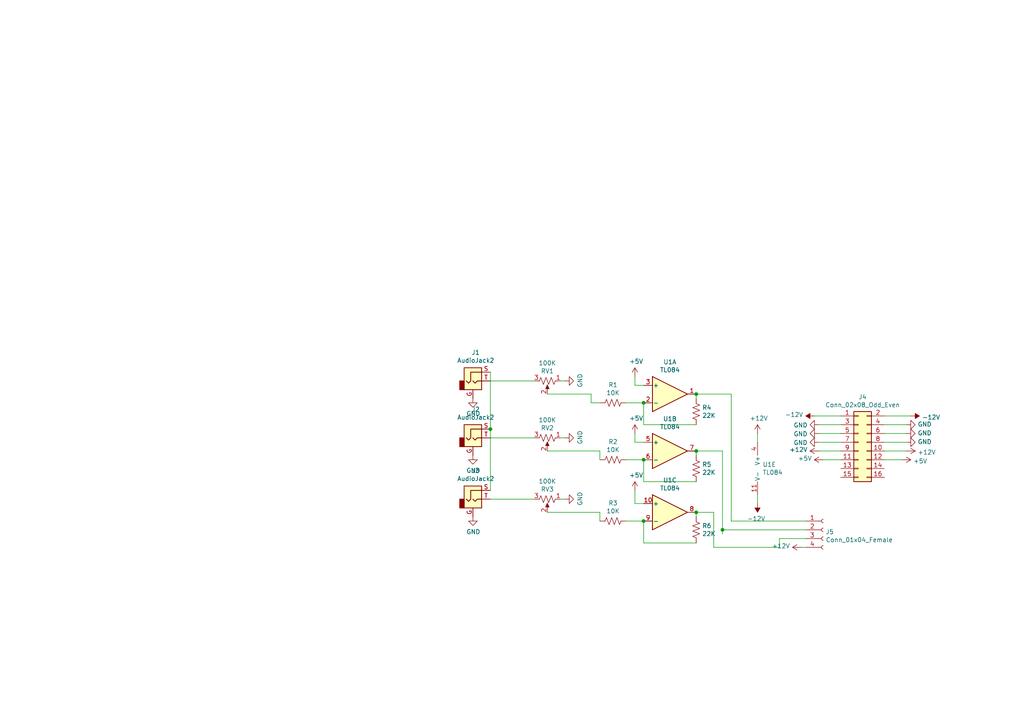
<source format=kicad_sch>
(kicad_sch (version 20211123) (generator eeschema)

  (uuid d3d7e298-1d39-4294-a3ab-c84cc0dc5e5a)

  (paper "A4")

  (lib_symbols
    (symbol "Amplifier_Operational:TL084" (pin_names (offset 0.127)) (in_bom yes) (on_board yes)
      (property "Reference" "U" (id 0) (at 0 5.08 0)
        (effects (font (size 1.27 1.27)) (justify left))
      )
      (property "Value" "TL084" (id 1) (at 0 -5.08 0)
        (effects (font (size 1.27 1.27)) (justify left))
      )
      (property "Footprint" "" (id 2) (at -1.27 2.54 0)
        (effects (font (size 1.27 1.27)) hide)
      )
      (property "Datasheet" "http://www.ti.com/lit/ds/symlink/tl081.pdf" (id 3) (at 1.27 5.08 0)
        (effects (font (size 1.27 1.27)) hide)
      )
      (property "ki_locked" "" (id 4) (at 0 0 0)
        (effects (font (size 1.27 1.27)))
      )
      (property "ki_keywords" "quad opamp" (id 5) (at 0 0 0)
        (effects (font (size 1.27 1.27)) hide)
      )
      (property "ki_description" "Quad JFET-Input Operational Amplifiers, DIP-14/SOIC-14/SSOP-14" (id 6) (at 0 0 0)
        (effects (font (size 1.27 1.27)) hide)
      )
      (property "ki_fp_filters" "SOIC*3.9x8.7mm*P1.27mm* DIP*W7.62mm* TSSOP*4.4x5mm*P0.65mm* SSOP*5.3x6.2mm*P0.65mm* MSOP*3x3mm*P0.5mm*" (id 7) (at 0 0 0)
        (effects (font (size 1.27 1.27)) hide)
      )
      (symbol "TL084_1_1"
        (polyline
          (pts
            (xy -5.08 5.08)
            (xy 5.08 0)
            (xy -5.08 -5.08)
            (xy -5.08 5.08)
          )
          (stroke (width 0.254) (type default) (color 0 0 0 0))
          (fill (type background))
        )
        (pin output line (at 7.62 0 180) (length 2.54)
          (name "~" (effects (font (size 1.27 1.27))))
          (number "1" (effects (font (size 1.27 1.27))))
        )
        (pin input line (at -7.62 -2.54 0) (length 2.54)
          (name "-" (effects (font (size 1.27 1.27))))
          (number "2" (effects (font (size 1.27 1.27))))
        )
        (pin input line (at -7.62 2.54 0) (length 2.54)
          (name "+" (effects (font (size 1.27 1.27))))
          (number "3" (effects (font (size 1.27 1.27))))
        )
      )
      (symbol "TL084_2_1"
        (polyline
          (pts
            (xy -5.08 5.08)
            (xy 5.08 0)
            (xy -5.08 -5.08)
            (xy -5.08 5.08)
          )
          (stroke (width 0.254) (type default) (color 0 0 0 0))
          (fill (type background))
        )
        (pin input line (at -7.62 2.54 0) (length 2.54)
          (name "+" (effects (font (size 1.27 1.27))))
          (number "5" (effects (font (size 1.27 1.27))))
        )
        (pin input line (at -7.62 -2.54 0) (length 2.54)
          (name "-" (effects (font (size 1.27 1.27))))
          (number "6" (effects (font (size 1.27 1.27))))
        )
        (pin output line (at 7.62 0 180) (length 2.54)
          (name "~" (effects (font (size 1.27 1.27))))
          (number "7" (effects (font (size 1.27 1.27))))
        )
      )
      (symbol "TL084_3_1"
        (polyline
          (pts
            (xy -5.08 5.08)
            (xy 5.08 0)
            (xy -5.08 -5.08)
            (xy -5.08 5.08)
          )
          (stroke (width 0.254) (type default) (color 0 0 0 0))
          (fill (type background))
        )
        (pin input line (at -7.62 2.54 0) (length 2.54)
          (name "+" (effects (font (size 1.27 1.27))))
          (number "10" (effects (font (size 1.27 1.27))))
        )
        (pin output line (at 7.62 0 180) (length 2.54)
          (name "~" (effects (font (size 1.27 1.27))))
          (number "8" (effects (font (size 1.27 1.27))))
        )
        (pin input line (at -7.62 -2.54 0) (length 2.54)
          (name "-" (effects (font (size 1.27 1.27))))
          (number "9" (effects (font (size 1.27 1.27))))
        )
      )
      (symbol "TL084_4_1"
        (polyline
          (pts
            (xy -5.08 5.08)
            (xy 5.08 0)
            (xy -5.08 -5.08)
            (xy -5.08 5.08)
          )
          (stroke (width 0.254) (type default) (color 0 0 0 0))
          (fill (type background))
        )
        (pin input line (at -7.62 2.54 0) (length 2.54)
          (name "+" (effects (font (size 1.27 1.27))))
          (number "12" (effects (font (size 1.27 1.27))))
        )
        (pin input line (at -7.62 -2.54 0) (length 2.54)
          (name "-" (effects (font (size 1.27 1.27))))
          (number "13" (effects (font (size 1.27 1.27))))
        )
        (pin output line (at 7.62 0 180) (length 2.54)
          (name "~" (effects (font (size 1.27 1.27))))
          (number "14" (effects (font (size 1.27 1.27))))
        )
      )
      (symbol "TL084_5_1"
        (pin power_in line (at -2.54 -7.62 90) (length 3.81)
          (name "V-" (effects (font (size 1.27 1.27))))
          (number "11" (effects (font (size 1.27 1.27))))
        )
        (pin power_in line (at -2.54 7.62 270) (length 3.81)
          (name "V+" (effects (font (size 1.27 1.27))))
          (number "4" (effects (font (size 1.27 1.27))))
        )
      )
    )
    (symbol "Connector:AudioJack2_Ground" (in_bom yes) (on_board yes)
      (property "Reference" "J" (id 0) (at 0 8.89 0)
        (effects (font (size 1.27 1.27)))
      )
      (property "Value" "AudioJack2_Ground" (id 1) (at 0 6.35 0)
        (effects (font (size 1.27 1.27)))
      )
      (property "Footprint" "" (id 2) (at 0 0 0)
        (effects (font (size 1.27 1.27)) hide)
      )
      (property "Datasheet" "~" (id 3) (at 0 0 0)
        (effects (font (size 1.27 1.27)) hide)
      )
      (property "ki_keywords" "audio jack receptacle mono phone headphone TS connector" (id 4) (at 0 0 0)
        (effects (font (size 1.27 1.27)) hide)
      )
      (property "ki_description" "Audio Jack, 2 Poles (Mono / TS), Grounded Sleeve" (id 5) (at 0 0 0)
        (effects (font (size 1.27 1.27)) hide)
      )
      (property "ki_fp_filters" "Jack*" (id 6) (at 0 0 0)
        (effects (font (size 1.27 1.27)) hide)
      )
      (symbol "AudioJack2_Ground_0_1"
        (rectangle (start -2.54 -2.54) (end -3.81 0)
          (stroke (width 0.254) (type default) (color 0 0 0 0))
          (fill (type outline))
        )
        (polyline
          (pts
            (xy 0 0)
            (xy 0.635 -0.635)
            (xy 1.27 0)
            (xy 2.54 0)
          )
          (stroke (width 0.254) (type default) (color 0 0 0 0))
          (fill (type none))
        )
        (polyline
          (pts
            (xy 2.54 2.54)
            (xy -0.635 2.54)
            (xy -0.635 0)
            (xy -1.27 -0.635)
            (xy -1.905 0)
          )
          (stroke (width 0.254) (type default) (color 0 0 0 0))
          (fill (type none))
        )
        (rectangle (start 2.54 3.81) (end -2.54 -2.54)
          (stroke (width 0.254) (type default) (color 0 0 0 0))
          (fill (type background))
        )
      )
      (symbol "AudioJack2_Ground_1_1"
        (pin passive line (at 0 -5.08 90) (length 2.54)
          (name "~" (effects (font (size 1.27 1.27))))
          (number "G" (effects (font (size 1.27 1.27))))
        )
        (pin passive line (at 5.08 2.54 180) (length 2.54)
          (name "~" (effects (font (size 1.27 1.27))))
          (number "S" (effects (font (size 1.27 1.27))))
        )
        (pin passive line (at 5.08 0 180) (length 2.54)
          (name "~" (effects (font (size 1.27 1.27))))
          (number "T" (effects (font (size 1.27 1.27))))
        )
      )
    )
    (symbol "Connector:Conn_01x04_Female" (pin_names (offset 1.016) hide) (in_bom yes) (on_board yes)
      (property "Reference" "J" (id 0) (at 0 5.08 0)
        (effects (font (size 1.27 1.27)))
      )
      (property "Value" "Conn_01x04_Female" (id 1) (at 0 -7.62 0)
        (effects (font (size 1.27 1.27)))
      )
      (property "Footprint" "" (id 2) (at 0 0 0)
        (effects (font (size 1.27 1.27)) hide)
      )
      (property "Datasheet" "~" (id 3) (at 0 0 0)
        (effects (font (size 1.27 1.27)) hide)
      )
      (property "ki_keywords" "connector" (id 4) (at 0 0 0)
        (effects (font (size 1.27 1.27)) hide)
      )
      (property "ki_description" "Generic connector, single row, 01x04, script generated (kicad-library-utils/schlib/autogen/connector/)" (id 5) (at 0 0 0)
        (effects (font (size 1.27 1.27)) hide)
      )
      (property "ki_fp_filters" "Connector*:*_1x??_*" (id 6) (at 0 0 0)
        (effects (font (size 1.27 1.27)) hide)
      )
      (symbol "Conn_01x04_Female_1_1"
        (arc (start 0 -4.572) (mid -0.508 -5.08) (end 0 -5.588)
          (stroke (width 0.1524) (type default) (color 0 0 0 0))
          (fill (type none))
        )
        (arc (start 0 -2.032) (mid -0.508 -2.54) (end 0 -3.048)
          (stroke (width 0.1524) (type default) (color 0 0 0 0))
          (fill (type none))
        )
        (polyline
          (pts
            (xy -1.27 -5.08)
            (xy -0.508 -5.08)
          )
          (stroke (width 0.1524) (type default) (color 0 0 0 0))
          (fill (type none))
        )
        (polyline
          (pts
            (xy -1.27 -2.54)
            (xy -0.508 -2.54)
          )
          (stroke (width 0.1524) (type default) (color 0 0 0 0))
          (fill (type none))
        )
        (polyline
          (pts
            (xy -1.27 0)
            (xy -0.508 0)
          )
          (stroke (width 0.1524) (type default) (color 0 0 0 0))
          (fill (type none))
        )
        (polyline
          (pts
            (xy -1.27 2.54)
            (xy -0.508 2.54)
          )
          (stroke (width 0.1524) (type default) (color 0 0 0 0))
          (fill (type none))
        )
        (arc (start 0 0.508) (mid -0.508 0) (end 0 -0.508)
          (stroke (width 0.1524) (type default) (color 0 0 0 0))
          (fill (type none))
        )
        (arc (start 0 3.048) (mid -0.508 2.54) (end 0 2.032)
          (stroke (width 0.1524) (type default) (color 0 0 0 0))
          (fill (type none))
        )
        (pin passive line (at -5.08 2.54 0) (length 3.81)
          (name "Pin_1" (effects (font (size 1.27 1.27))))
          (number "1" (effects (font (size 1.27 1.27))))
        )
        (pin passive line (at -5.08 0 0) (length 3.81)
          (name "Pin_2" (effects (font (size 1.27 1.27))))
          (number "2" (effects (font (size 1.27 1.27))))
        )
        (pin passive line (at -5.08 -2.54 0) (length 3.81)
          (name "Pin_3" (effects (font (size 1.27 1.27))))
          (number "3" (effects (font (size 1.27 1.27))))
        )
        (pin passive line (at -5.08 -5.08 0) (length 3.81)
          (name "Pin_4" (effects (font (size 1.27 1.27))))
          (number "4" (effects (font (size 1.27 1.27))))
        )
      )
    )
    (symbol "Connector_Generic:Conn_02x08_Odd_Even" (pin_names (offset 1.016) hide) (in_bom yes) (on_board yes)
      (property "Reference" "J" (id 0) (at 1.27 10.16 0)
        (effects (font (size 1.27 1.27)))
      )
      (property "Value" "Conn_02x08_Odd_Even" (id 1) (at 1.27 -12.7 0)
        (effects (font (size 1.27 1.27)))
      )
      (property "Footprint" "" (id 2) (at 0 0 0)
        (effects (font (size 1.27 1.27)) hide)
      )
      (property "Datasheet" "~" (id 3) (at 0 0 0)
        (effects (font (size 1.27 1.27)) hide)
      )
      (property "ki_keywords" "connector" (id 4) (at 0 0 0)
        (effects (font (size 1.27 1.27)) hide)
      )
      (property "ki_description" "Generic connector, double row, 02x08, odd/even pin numbering scheme (row 1 odd numbers, row 2 even numbers), script generated (kicad-library-utils/schlib/autogen/connector/)" (id 5) (at 0 0 0)
        (effects (font (size 1.27 1.27)) hide)
      )
      (property "ki_fp_filters" "Connector*:*_2x??_*" (id 6) (at 0 0 0)
        (effects (font (size 1.27 1.27)) hide)
      )
      (symbol "Conn_02x08_Odd_Even_1_1"
        (rectangle (start -1.27 -10.033) (end 0 -10.287)
          (stroke (width 0.1524) (type default) (color 0 0 0 0))
          (fill (type none))
        )
        (rectangle (start -1.27 -7.493) (end 0 -7.747)
          (stroke (width 0.1524) (type default) (color 0 0 0 0))
          (fill (type none))
        )
        (rectangle (start -1.27 -4.953) (end 0 -5.207)
          (stroke (width 0.1524) (type default) (color 0 0 0 0))
          (fill (type none))
        )
        (rectangle (start -1.27 -2.413) (end 0 -2.667)
          (stroke (width 0.1524) (type default) (color 0 0 0 0))
          (fill (type none))
        )
        (rectangle (start -1.27 0.127) (end 0 -0.127)
          (stroke (width 0.1524) (type default) (color 0 0 0 0))
          (fill (type none))
        )
        (rectangle (start -1.27 2.667) (end 0 2.413)
          (stroke (width 0.1524) (type default) (color 0 0 0 0))
          (fill (type none))
        )
        (rectangle (start -1.27 5.207) (end 0 4.953)
          (stroke (width 0.1524) (type default) (color 0 0 0 0))
          (fill (type none))
        )
        (rectangle (start -1.27 7.747) (end 0 7.493)
          (stroke (width 0.1524) (type default) (color 0 0 0 0))
          (fill (type none))
        )
        (rectangle (start -1.27 8.89) (end 3.81 -11.43)
          (stroke (width 0.254) (type default) (color 0 0 0 0))
          (fill (type background))
        )
        (rectangle (start 3.81 -10.033) (end 2.54 -10.287)
          (stroke (width 0.1524) (type default) (color 0 0 0 0))
          (fill (type none))
        )
        (rectangle (start 3.81 -7.493) (end 2.54 -7.747)
          (stroke (width 0.1524) (type default) (color 0 0 0 0))
          (fill (type none))
        )
        (rectangle (start 3.81 -4.953) (end 2.54 -5.207)
          (stroke (width 0.1524) (type default) (color 0 0 0 0))
          (fill (type none))
        )
        (rectangle (start 3.81 -2.413) (end 2.54 -2.667)
          (stroke (width 0.1524) (type default) (color 0 0 0 0))
          (fill (type none))
        )
        (rectangle (start 3.81 0.127) (end 2.54 -0.127)
          (stroke (width 0.1524) (type default) (color 0 0 0 0))
          (fill (type none))
        )
        (rectangle (start 3.81 2.667) (end 2.54 2.413)
          (stroke (width 0.1524) (type default) (color 0 0 0 0))
          (fill (type none))
        )
        (rectangle (start 3.81 5.207) (end 2.54 4.953)
          (stroke (width 0.1524) (type default) (color 0 0 0 0))
          (fill (type none))
        )
        (rectangle (start 3.81 7.747) (end 2.54 7.493)
          (stroke (width 0.1524) (type default) (color 0 0 0 0))
          (fill (type none))
        )
        (pin passive line (at -5.08 7.62 0) (length 3.81)
          (name "Pin_1" (effects (font (size 1.27 1.27))))
          (number "1" (effects (font (size 1.27 1.27))))
        )
        (pin passive line (at 7.62 -2.54 180) (length 3.81)
          (name "Pin_10" (effects (font (size 1.27 1.27))))
          (number "10" (effects (font (size 1.27 1.27))))
        )
        (pin passive line (at -5.08 -5.08 0) (length 3.81)
          (name "Pin_11" (effects (font (size 1.27 1.27))))
          (number "11" (effects (font (size 1.27 1.27))))
        )
        (pin passive line (at 7.62 -5.08 180) (length 3.81)
          (name "Pin_12" (effects (font (size 1.27 1.27))))
          (number "12" (effects (font (size 1.27 1.27))))
        )
        (pin passive line (at -5.08 -7.62 0) (length 3.81)
          (name "Pin_13" (effects (font (size 1.27 1.27))))
          (number "13" (effects (font (size 1.27 1.27))))
        )
        (pin passive line (at 7.62 -7.62 180) (length 3.81)
          (name "Pin_14" (effects (font (size 1.27 1.27))))
          (number "14" (effects (font (size 1.27 1.27))))
        )
        (pin passive line (at -5.08 -10.16 0) (length 3.81)
          (name "Pin_15" (effects (font (size 1.27 1.27))))
          (number "15" (effects (font (size 1.27 1.27))))
        )
        (pin passive line (at 7.62 -10.16 180) (length 3.81)
          (name "Pin_16" (effects (font (size 1.27 1.27))))
          (number "16" (effects (font (size 1.27 1.27))))
        )
        (pin passive line (at 7.62 7.62 180) (length 3.81)
          (name "Pin_2" (effects (font (size 1.27 1.27))))
          (number "2" (effects (font (size 1.27 1.27))))
        )
        (pin passive line (at -5.08 5.08 0) (length 3.81)
          (name "Pin_3" (effects (font (size 1.27 1.27))))
          (number "3" (effects (font (size 1.27 1.27))))
        )
        (pin passive line (at 7.62 5.08 180) (length 3.81)
          (name "Pin_4" (effects (font (size 1.27 1.27))))
          (number "4" (effects (font (size 1.27 1.27))))
        )
        (pin passive line (at -5.08 2.54 0) (length 3.81)
          (name "Pin_5" (effects (font (size 1.27 1.27))))
          (number "5" (effects (font (size 1.27 1.27))))
        )
        (pin passive line (at 7.62 2.54 180) (length 3.81)
          (name "Pin_6" (effects (font (size 1.27 1.27))))
          (number "6" (effects (font (size 1.27 1.27))))
        )
        (pin passive line (at -5.08 0 0) (length 3.81)
          (name "Pin_7" (effects (font (size 1.27 1.27))))
          (number "7" (effects (font (size 1.27 1.27))))
        )
        (pin passive line (at 7.62 0 180) (length 3.81)
          (name "Pin_8" (effects (font (size 1.27 1.27))))
          (number "8" (effects (font (size 1.27 1.27))))
        )
        (pin passive line (at -5.08 -2.54 0) (length 3.81)
          (name "Pin_9" (effects (font (size 1.27 1.27))))
          (number "9" (effects (font (size 1.27 1.27))))
        )
      )
    )
    (symbol "Device:R_POT_US" (pin_names (offset 1.016) hide) (in_bom yes) (on_board yes)
      (property "Reference" "RV" (id 0) (at -4.445 0 90)
        (effects (font (size 1.27 1.27)))
      )
      (property "Value" "Device_R_POT_US" (id 1) (at -2.54 0 90)
        (effects (font (size 1.27 1.27)))
      )
      (property "Footprint" "" (id 2) (at 0 0 0)
        (effects (font (size 1.27 1.27)) hide)
      )
      (property "Datasheet" "" (id 3) (at 0 0 0)
        (effects (font (size 1.27 1.27)) hide)
      )
      (property "ki_fp_filters" "Potentiometer*" (id 4) (at 0 0 0)
        (effects (font (size 1.27 1.27)) hide)
      )
      (symbol "R_POT_US_0_1"
        (polyline
          (pts
            (xy 0 -2.286)
            (xy 0 -2.54)
          )
          (stroke (width 0) (type default) (color 0 0 0 0))
          (fill (type none))
        )
        (polyline
          (pts
            (xy 0 2.54)
            (xy 0 2.286)
          )
          (stroke (width 0) (type default) (color 0 0 0 0))
          (fill (type none))
        )
        (polyline
          (pts
            (xy 2.54 0)
            (xy 1.524 0)
          )
          (stroke (width 0) (type default) (color 0 0 0 0))
          (fill (type none))
        )
        (polyline
          (pts
            (xy 1.143 0)
            (xy 2.286 0.508)
            (xy 2.286 -0.508)
            (xy 1.143 0)
          )
          (stroke (width 0) (type default) (color 0 0 0 0))
          (fill (type outline))
        )
        (polyline
          (pts
            (xy 0 -0.762)
            (xy 1.016 -1.143)
            (xy 0 -1.524)
            (xy -1.016 -1.905)
            (xy 0 -2.286)
          )
          (stroke (width 0) (type default) (color 0 0 0 0))
          (fill (type none))
        )
        (polyline
          (pts
            (xy 0 0.762)
            (xy 1.016 0.381)
            (xy 0 0)
            (xy -1.016 -0.381)
            (xy 0 -0.762)
          )
          (stroke (width 0) (type default) (color 0 0 0 0))
          (fill (type none))
        )
        (polyline
          (pts
            (xy 0 2.286)
            (xy 1.016 1.905)
            (xy 0 1.524)
            (xy -1.016 1.143)
            (xy 0 0.762)
          )
          (stroke (width 0) (type default) (color 0 0 0 0))
          (fill (type none))
        )
      )
      (symbol "R_POT_US_1_1"
        (pin passive line (at 0 3.81 270) (length 1.27)
          (name "1" (effects (font (size 1.27 1.27))))
          (number "1" (effects (font (size 1.27 1.27))))
        )
        (pin passive line (at 3.81 0 180) (length 1.27)
          (name "2" (effects (font (size 1.27 1.27))))
          (number "2" (effects (font (size 1.27 1.27))))
        )
        (pin passive line (at 0 -3.81 90) (length 1.27)
          (name "3" (effects (font (size 1.27 1.27))))
          (number "3" (effects (font (size 1.27 1.27))))
        )
      )
    )
    (symbol "Device:R_US" (pin_numbers hide) (pin_names (offset 0)) (in_bom yes) (on_board yes)
      (property "Reference" "R" (id 0) (at 2.54 0 90)
        (effects (font (size 1.27 1.27)))
      )
      (property "Value" "R_US" (id 1) (at -2.54 0 90)
        (effects (font (size 1.27 1.27)))
      )
      (property "Footprint" "" (id 2) (at 1.016 -0.254 90)
        (effects (font (size 1.27 1.27)) hide)
      )
      (property "Datasheet" "~" (id 3) (at 0 0 0)
        (effects (font (size 1.27 1.27)) hide)
      )
      (property "ki_keywords" "R res resistor" (id 4) (at 0 0 0)
        (effects (font (size 1.27 1.27)) hide)
      )
      (property "ki_description" "Resistor, US symbol" (id 5) (at 0 0 0)
        (effects (font (size 1.27 1.27)) hide)
      )
      (property "ki_fp_filters" "R_*" (id 6) (at 0 0 0)
        (effects (font (size 1.27 1.27)) hide)
      )
      (symbol "R_US_0_1"
        (polyline
          (pts
            (xy 0 -2.286)
            (xy 0 -2.54)
          )
          (stroke (width 0) (type default) (color 0 0 0 0))
          (fill (type none))
        )
        (polyline
          (pts
            (xy 0 2.286)
            (xy 0 2.54)
          )
          (stroke (width 0) (type default) (color 0 0 0 0))
          (fill (type none))
        )
        (polyline
          (pts
            (xy 0 -0.762)
            (xy 1.016 -1.143)
            (xy 0 -1.524)
            (xy -1.016 -1.905)
            (xy 0 -2.286)
          )
          (stroke (width 0) (type default) (color 0 0 0 0))
          (fill (type none))
        )
        (polyline
          (pts
            (xy 0 0.762)
            (xy 1.016 0.381)
            (xy 0 0)
            (xy -1.016 -0.381)
            (xy 0 -0.762)
          )
          (stroke (width 0) (type default) (color 0 0 0 0))
          (fill (type none))
        )
        (polyline
          (pts
            (xy 0 2.286)
            (xy 1.016 1.905)
            (xy 0 1.524)
            (xy -1.016 1.143)
            (xy 0 0.762)
          )
          (stroke (width 0) (type default) (color 0 0 0 0))
          (fill (type none))
        )
      )
      (symbol "R_US_1_1"
        (pin passive line (at 0 3.81 270) (length 1.27)
          (name "~" (effects (font (size 1.27 1.27))))
          (number "1" (effects (font (size 1.27 1.27))))
        )
        (pin passive line (at 0 -3.81 90) (length 1.27)
          (name "~" (effects (font (size 1.27 1.27))))
          (number "2" (effects (font (size 1.27 1.27))))
        )
      )
    )
    (symbol "power:+12V" (power) (pin_names (offset 0)) (in_bom yes) (on_board yes)
      (property "Reference" "#PWR" (id 0) (at 0 -3.81 0)
        (effects (font (size 1.27 1.27)) hide)
      )
      (property "Value" "+12V" (id 1) (at 0 3.556 0)
        (effects (font (size 1.27 1.27)))
      )
      (property "Footprint" "" (id 2) (at 0 0 0)
        (effects (font (size 1.27 1.27)) hide)
      )
      (property "Datasheet" "" (id 3) (at 0 0 0)
        (effects (font (size 1.27 1.27)) hide)
      )
      (property "ki_keywords" "power-flag" (id 4) (at 0 0 0)
        (effects (font (size 1.27 1.27)) hide)
      )
      (property "ki_description" "Power symbol creates a global label with name \"+12V\"" (id 5) (at 0 0 0)
        (effects (font (size 1.27 1.27)) hide)
      )
      (symbol "+12V_0_1"
        (polyline
          (pts
            (xy -0.762 1.27)
            (xy 0 2.54)
          )
          (stroke (width 0) (type default) (color 0 0 0 0))
          (fill (type none))
        )
        (polyline
          (pts
            (xy 0 0)
            (xy 0 2.54)
          )
          (stroke (width 0) (type default) (color 0 0 0 0))
          (fill (type none))
        )
        (polyline
          (pts
            (xy 0 2.54)
            (xy 0.762 1.27)
          )
          (stroke (width 0) (type default) (color 0 0 0 0))
          (fill (type none))
        )
      )
      (symbol "+12V_1_1"
        (pin power_in line (at 0 0 90) (length 0) hide
          (name "+12V" (effects (font (size 1.27 1.27))))
          (number "1" (effects (font (size 1.27 1.27))))
        )
      )
    )
    (symbol "power:+5V" (power) (pin_names (offset 0)) (in_bom yes) (on_board yes)
      (property "Reference" "#PWR" (id 0) (at 0 -3.81 0)
        (effects (font (size 1.27 1.27)) hide)
      )
      (property "Value" "+5V" (id 1) (at 0 3.556 0)
        (effects (font (size 1.27 1.27)))
      )
      (property "Footprint" "" (id 2) (at 0 0 0)
        (effects (font (size 1.27 1.27)) hide)
      )
      (property "Datasheet" "" (id 3) (at 0 0 0)
        (effects (font (size 1.27 1.27)) hide)
      )
      (property "ki_keywords" "power-flag" (id 4) (at 0 0 0)
        (effects (font (size 1.27 1.27)) hide)
      )
      (property "ki_description" "Power symbol creates a global label with name \"+5V\"" (id 5) (at 0 0 0)
        (effects (font (size 1.27 1.27)) hide)
      )
      (symbol "+5V_0_1"
        (polyline
          (pts
            (xy -0.762 1.27)
            (xy 0 2.54)
          )
          (stroke (width 0) (type default) (color 0 0 0 0))
          (fill (type none))
        )
        (polyline
          (pts
            (xy 0 0)
            (xy 0 2.54)
          )
          (stroke (width 0) (type default) (color 0 0 0 0))
          (fill (type none))
        )
        (polyline
          (pts
            (xy 0 2.54)
            (xy 0.762 1.27)
          )
          (stroke (width 0) (type default) (color 0 0 0 0))
          (fill (type none))
        )
      )
      (symbol "+5V_1_1"
        (pin power_in line (at 0 0 90) (length 0) hide
          (name "+5V" (effects (font (size 1.27 1.27))))
          (number "1" (effects (font (size 1.27 1.27))))
        )
      )
    )
    (symbol "power:-12V" (power) (pin_names (offset 0)) (in_bom yes) (on_board yes)
      (property "Reference" "#PWR" (id 0) (at 0 2.54 0)
        (effects (font (size 1.27 1.27)) hide)
      )
      (property "Value" "-12V" (id 1) (at 0 3.81 0)
        (effects (font (size 1.27 1.27)))
      )
      (property "Footprint" "" (id 2) (at 0 0 0)
        (effects (font (size 1.27 1.27)) hide)
      )
      (property "Datasheet" "" (id 3) (at 0 0 0)
        (effects (font (size 1.27 1.27)) hide)
      )
      (property "ki_keywords" "power-flag" (id 4) (at 0 0 0)
        (effects (font (size 1.27 1.27)) hide)
      )
      (property "ki_description" "Power symbol creates a global label with name \"-12V\"" (id 5) (at 0 0 0)
        (effects (font (size 1.27 1.27)) hide)
      )
      (symbol "-12V_0_0"
        (pin power_in line (at 0 0 90) (length 0) hide
          (name "-12V" (effects (font (size 1.27 1.27))))
          (number "1" (effects (font (size 1.27 1.27))))
        )
      )
      (symbol "-12V_0_1"
        (polyline
          (pts
            (xy 0 0)
            (xy 0 1.27)
            (xy 0.762 1.27)
            (xy 0 2.54)
            (xy -0.762 1.27)
            (xy 0 1.27)
          )
          (stroke (width 0) (type default) (color 0 0 0 0))
          (fill (type outline))
        )
      )
    )
    (symbol "power:GND" (power) (pin_names (offset 0)) (in_bom yes) (on_board yes)
      (property "Reference" "#PWR" (id 0) (at 0 -6.35 0)
        (effects (font (size 1.27 1.27)) hide)
      )
      (property "Value" "GND" (id 1) (at 0 -3.81 0)
        (effects (font (size 1.27 1.27)))
      )
      (property "Footprint" "" (id 2) (at 0 0 0)
        (effects (font (size 1.27 1.27)) hide)
      )
      (property "Datasheet" "" (id 3) (at 0 0 0)
        (effects (font (size 1.27 1.27)) hide)
      )
      (property "ki_keywords" "power-flag" (id 4) (at 0 0 0)
        (effects (font (size 1.27 1.27)) hide)
      )
      (property "ki_description" "Power symbol creates a global label with name \"GND\" , ground" (id 5) (at 0 0 0)
        (effects (font (size 1.27 1.27)) hide)
      )
      (symbol "GND_0_1"
        (polyline
          (pts
            (xy 0 0)
            (xy 0 -1.27)
            (xy 1.27 -1.27)
            (xy 0 -2.54)
            (xy -1.27 -1.27)
            (xy 0 -1.27)
          )
          (stroke (width 0) (type default) (color 0 0 0 0))
          (fill (type none))
        )
      )
      (symbol "GND_1_1"
        (pin power_in line (at 0 0 270) (length 0) hide
          (name "GND" (effects (font (size 1.27 1.27))))
          (number "1" (effects (font (size 1.27 1.27))))
        )
      )
    )
  )

  (junction (at 209.55 153.67) (diameter 0) (color 0 0 0 0)
    (uuid 2dc54bac-8640-4dd7-b8ed-3c7acb01a8ea)
  )
  (junction (at 142.24 124.46) (diameter 0) (color 0 0 0 0)
    (uuid 320d39f9-b5a0-4bcd-a732-ddb2c4a82265)
  )
  (junction (at 186.69 133.35) (diameter 0) (color 0 0 0 0)
    (uuid 34a74736-156e-4bf3-9200-cd137cfa59da)
  )
  (junction (at 186.69 151.13) (diameter 0) (color 0 0 0 0)
    (uuid 35a9f71f-ba35-47f6-814e-4106ac36c51e)
  )
  (junction (at 201.93 114.3) (diameter 0) (color 0 0 0 0)
    (uuid 8bc2c25a-a1f1-4ce8-b96a-a4f8f4c35079)
  )
  (junction (at 186.69 116.84) (diameter 0) (color 0 0 0 0)
    (uuid 98c78427-acd5-4f90-9ad6-9f61c4809aec)
  )
  (junction (at 201.93 130.81) (diameter 0) (color 0 0 0 0)
    (uuid c106154f-d948-43e5-abfa-e1b96055d91b)
  )
  (junction (at 201.93 148.59) (diameter 0) (color 0 0 0 0)
    (uuid cf386a39-fc62-49dd-8ec5-e044f6bd67ce)
  )

  (wire (pts (xy 226.06 156.21) (xy 233.68 156.21))
    (stroke (width 0) (type default) (color 0 0 0 0))
    (uuid 009a4fb4-fcc0-4623-ae5d-c1bae3219583)
  )
  (wire (pts (xy 162.56 110.49) (xy 163.83 110.49))
    (stroke (width 0) (type default) (color 0 0 0 0))
    (uuid 04942d8b-e569-42c9-9a5b-9865c85cb40a)
  )
  (wire (pts (xy 158.75 130.81) (xy 173.99 130.81))
    (stroke (width 0) (type default) (color 0 0 0 0))
    (uuid 097edb1b-8998-4e70-b670-bba125982348)
  )
  (wire (pts (xy 201.93 139.7) (xy 186.69 139.7))
    (stroke (width 0) (type default) (color 0 0 0 0))
    (uuid 099096e4-8c2a-4d84-a16f-06b4b6330e7a)
  )
  (wire (pts (xy 237.49 125.73) (xy 243.84 125.73))
    (stroke (width 0) (type default) (color 0 0 0 0))
    (uuid 0cc45b5b-96b3-4284-9cae-a3a9e324a916)
  )
  (wire (pts (xy 186.69 151.13) (xy 181.61 151.13))
    (stroke (width 0) (type default) (color 0 0 0 0))
    (uuid 0e1ed1c5-7428-4dc7-b76e-49b2d5f8177d)
  )
  (wire (pts (xy 173.99 151.13) (xy 173.99 148.59))
    (stroke (width 0) (type default) (color 0 0 0 0))
    (uuid 14c51520-6d91-4098-a59a-5121f2a898f7)
  )
  (wire (pts (xy 219.71 125.73) (xy 219.71 128.27))
    (stroke (width 0) (type default) (color 0 0 0 0))
    (uuid 19c56563-5fe3-442a-885b-418dbc2421eb)
  )
  (wire (pts (xy 237.49 130.81) (xy 243.84 130.81))
    (stroke (width 0) (type default) (color 0 0 0 0))
    (uuid 1f8b2c0c-b042-4e2e-80f6-4959a27b238f)
  )
  (wire (pts (xy 171.45 116.84) (xy 171.45 114.3))
    (stroke (width 0) (type default) (color 0 0 0 0))
    (uuid 275aa44a-b61f-489f-9e2a-819a0fe0d1eb)
  )
  (wire (pts (xy 184.15 111.76) (xy 186.69 111.76))
    (stroke (width 0) (type default) (color 0 0 0 0))
    (uuid 27d56953-c620-4d5b-9c1c-e48bc3d9684a)
  )
  (wire (pts (xy 201.93 114.3) (xy 212.09 114.3))
    (stroke (width 0) (type default) (color 0 0 0 0))
    (uuid 2846428d-39de-4eae-8ce2-64955d56c493)
  )
  (wire (pts (xy 184.15 146.05) (xy 186.69 146.05))
    (stroke (width 0) (type default) (color 0 0 0 0))
    (uuid 29e058a7-50a3-43e5-81c3-bfee53da08be)
  )
  (wire (pts (xy 158.75 148.59) (xy 173.99 148.59))
    (stroke (width 0) (type default) (color 0 0 0 0))
    (uuid 2d67a417-188f-4014-9282-000265d80009)
  )
  (wire (pts (xy 142.24 144.78) (xy 154.94 144.78))
    (stroke (width 0) (type default) (color 0 0 0 0))
    (uuid 30d0c206-430e-4c01-9543-65638ea76eb9)
  )
  (wire (pts (xy 256.54 120.65) (xy 264.16 120.65))
    (stroke (width 0) (type default) (color 0 0 0 0))
    (uuid 31540a7e-dc9e-4e4d-96b1-dab15efa5f4b)
  )
  (wire (pts (xy 207.01 158.75) (xy 226.06 158.75))
    (stroke (width 0) (type default) (color 0 0 0 0))
    (uuid 37f31dec-63fc-4634-a141-5dc5d2b60fe4)
  )
  (wire (pts (xy 162.56 144.78) (xy 163.83 144.78))
    (stroke (width 0) (type default) (color 0 0 0 0))
    (uuid 3f759e69-e320-49db-8fef-398ec5e13ac3)
  )
  (wire (pts (xy 184.15 142.24) (xy 184.15 146.05))
    (stroke (width 0) (type default) (color 0 0 0 0))
    (uuid 3fd54105-4b7e-4004-9801-76ec66108a22)
  )
  (wire (pts (xy 173.99 133.35) (xy 173.99 130.81))
    (stroke (width 0) (type default) (color 0 0 0 0))
    (uuid 477311b9-8f81-40c8-9c55-fd87e287247a)
  )
  (wire (pts (xy 256.54 128.27) (xy 262.89 128.27))
    (stroke (width 0) (type default) (color 0 0 0 0))
    (uuid 4a850cb6-bb24-4274-a902-e49f34f0a0e3)
  )
  (wire (pts (xy 212.09 114.3) (xy 212.09 151.13))
    (stroke (width 0) (type default) (color 0 0 0 0))
    (uuid 4fa10683-33cd-4dcd-8acc-2415cd63c62a)
  )
  (wire (pts (xy 186.69 116.84) (xy 181.61 116.84))
    (stroke (width 0) (type default) (color 0 0 0 0))
    (uuid 57c0c267-8bf9-4cc7-b734-d71a239ac313)
  )
  (wire (pts (xy 186.69 157.48) (xy 186.69 151.13))
    (stroke (width 0) (type default) (color 0 0 0 0))
    (uuid 5b34a16c-5a14-4291-8242-ea6d6ac54372)
  )
  (wire (pts (xy 173.99 116.84) (xy 171.45 116.84))
    (stroke (width 0) (type default) (color 0 0 0 0))
    (uuid 5ca4be1c-537e-4a4a-b344-d0c8ffde8546)
  )
  (wire (pts (xy 201.93 115.57) (xy 201.93 114.3))
    (stroke (width 0) (type default) (color 0 0 0 0))
    (uuid 65134029-dbd2-409a-85a8-13c2a33ff019)
  )
  (wire (pts (xy 201.93 148.59) (xy 201.93 149.86))
    (stroke (width 0) (type default) (color 0 0 0 0))
    (uuid 6781326c-6e0d-4753-8f28-0f5c687e01f9)
  )
  (wire (pts (xy 256.54 125.73) (xy 262.89 125.73))
    (stroke (width 0) (type default) (color 0 0 0 0))
    (uuid 6b7c1048-12b6-46b2-b762-fa3ad30472dd)
  )
  (wire (pts (xy 232.41 158.75) (xy 233.68 158.75))
    (stroke (width 0) (type default) (color 0 0 0 0))
    (uuid 6bf05d19-ba3e-4ba6-8a6f-4e0bc45ea3b2)
  )
  (wire (pts (xy 158.75 114.3) (xy 171.45 114.3))
    (stroke (width 0) (type default) (color 0 0 0 0))
    (uuid 6c67e4f6-9d04-4539-b356-b76e915ce848)
  )
  (wire (pts (xy 184.15 128.27) (xy 186.69 128.27))
    (stroke (width 0) (type default) (color 0 0 0 0))
    (uuid 6fd4442e-30b3-428b-9306-61418a63d311)
  )
  (wire (pts (xy 256.54 130.81) (xy 262.89 130.81))
    (stroke (width 0) (type default) (color 0 0 0 0))
    (uuid 700e8b73-5976-423f-a3f3-ab3d9f3e9760)
  )
  (wire (pts (xy 238.76 133.35) (xy 243.84 133.35))
    (stroke (width 0) (type default) (color 0 0 0 0))
    (uuid 79e31048-072a-4a40-a625-26bb0b5f046b)
  )
  (wire (pts (xy 142.24 107.95) (xy 142.24 124.46))
    (stroke (width 0) (type default) (color 0 0 0 0))
    (uuid 7bf2b13a-0a61-4504-8fd7-6e72d745055c)
  )
  (wire (pts (xy 186.69 123.19) (xy 186.69 116.84))
    (stroke (width 0) (type default) (color 0 0 0 0))
    (uuid 8087f566-a94d-4bbc-985b-e49ee7762296)
  )
  (wire (pts (xy 186.69 133.35) (xy 181.61 133.35))
    (stroke (width 0) (type default) (color 0 0 0 0))
    (uuid 84e5506c-143e-495f-9aa4-d3a71622f213)
  )
  (wire (pts (xy 186.69 139.7) (xy 186.69 133.35))
    (stroke (width 0) (type default) (color 0 0 0 0))
    (uuid 87d7448e-e139-4209-ae0b-372f805267da)
  )
  (wire (pts (xy 207.01 148.59) (xy 207.01 158.75))
    (stroke (width 0) (type default) (color 0 0 0 0))
    (uuid 88668202-3f0b-4d07-84d4-dcd790f57272)
  )
  (wire (pts (xy 142.24 127) (xy 154.94 127))
    (stroke (width 0) (type default) (color 0 0 0 0))
    (uuid 89247482-8b3e-43aa-9bf8-11044232e827)
  )
  (wire (pts (xy 236.22 120.65) (xy 243.84 120.65))
    (stroke (width 0) (type default) (color 0 0 0 0))
    (uuid 8c1605f9-6c91-4701-96bf-e753661d5e23)
  )
  (wire (pts (xy 184.15 125.73) (xy 184.15 128.27))
    (stroke (width 0) (type default) (color 0 0 0 0))
    (uuid 8d0c1d66-35ef-4a53-a28f-436a11b54f42)
  )
  (wire (pts (xy 184.15 109.22) (xy 184.15 111.76))
    (stroke (width 0) (type default) (color 0 0 0 0))
    (uuid 9193c41e-d425-447d-b95c-6986d66ea01c)
  )
  (wire (pts (xy 226.06 158.75) (xy 226.06 156.21))
    (stroke (width 0) (type default) (color 0 0 0 0))
    (uuid 91c1eb0a-67ae-4ef0-95ce-d060a03a7313)
  )
  (wire (pts (xy 219.71 146.05) (xy 219.71 143.51))
    (stroke (width 0) (type default) (color 0 0 0 0))
    (uuid 970e0f64-111f-41e3-9f5a-fb0d0f6fa101)
  )
  (wire (pts (xy 212.09 151.13) (xy 233.68 151.13))
    (stroke (width 0) (type default) (color 0 0 0 0))
    (uuid 9cbf35b8-f4d3-42a3-bb16-04ffd03fd8fd)
  )
  (wire (pts (xy 142.24 124.46) (xy 142.24 142.24))
    (stroke (width 0) (type default) (color 0 0 0 0))
    (uuid a7da3f28-0850-4aff-b9b7-bee40228a244)
  )
  (wire (pts (xy 233.68 153.67) (xy 209.55 153.67))
    (stroke (width 0) (type default) (color 0 0 0 0))
    (uuid b1ddb058-f7b2-429c-9489-f4e2242ad7e5)
  )
  (wire (pts (xy 256.54 133.35) (xy 261.62 133.35))
    (stroke (width 0) (type default) (color 0 0 0 0))
    (uuid b4300db7-1220-431a-b7c3-2edbdf8fa6fc)
  )
  (wire (pts (xy 162.56 127) (xy 163.83 127))
    (stroke (width 0) (type default) (color 0 0 0 0))
    (uuid bc02e040-2333-4bfd-b6f2-68a976b53cbe)
  )
  (wire (pts (xy 201.93 148.59) (xy 207.01 148.59))
    (stroke (width 0) (type default) (color 0 0 0 0))
    (uuid c24d6ac8-802d-4df3-a210-9cb1f693e865)
  )
  (wire (pts (xy 201.93 157.48) (xy 186.69 157.48))
    (stroke (width 0) (type default) (color 0 0 0 0))
    (uuid c701ee8e-1214-4781-a973-17bef7b6e3eb)
  )
  (wire (pts (xy 201.93 132.08) (xy 201.93 130.81))
    (stroke (width 0) (type default) (color 0 0 0 0))
    (uuid d0d2eee9-31f6-44fa-8149-ebb4dc2dc0dc)
  )
  (wire (pts (xy 237.49 128.27) (xy 243.84 128.27))
    (stroke (width 0) (type default) (color 0 0 0 0))
    (uuid e5203297-b913-4288-a576-12a92185cb52)
  )
  (wire (pts (xy 209.55 153.67) (xy 209.55 130.81))
    (stroke (width 0) (type default) (color 0 0 0 0))
    (uuid eae0ab9f-65b2-44d3-aba7-873c3227fba7)
  )
  (wire (pts (xy 209.55 154.94) (xy 209.55 153.67))
    (stroke (width 0) (type default) (color 0 0 0 0))
    (uuid eee16674-2d21-45b6-ab5e-d669125df26c)
  )
  (wire (pts (xy 256.54 123.19) (xy 262.89 123.19))
    (stroke (width 0) (type default) (color 0 0 0 0))
    (uuid f1447ad6-651c-45be-a2d6-33bddf672c2c)
  )
  (wire (pts (xy 142.24 110.49) (xy 154.94 110.49))
    (stroke (width 0) (type default) (color 0 0 0 0))
    (uuid f3d2078d-c743-4bea-bf6a-b3e51ebd26e4)
  )
  (wire (pts (xy 209.55 130.81) (xy 201.93 130.81))
    (stroke (width 0) (type default) (color 0 0 0 0))
    (uuid f449bd37-cc90-4487-aee6-2a20b8d2843a)
  )
  (wire (pts (xy 201.93 123.19) (xy 186.69 123.19))
    (stroke (width 0) (type default) (color 0 0 0 0))
    (uuid f4eb0267-179f-46c9-b516-9bfb06bac1ba)
  )
  (wire (pts (xy 237.49 123.19) (xy 243.84 123.19))
    (stroke (width 0) (type default) (color 0 0 0 0))
    (uuid f6c644f4-3036-41a6-9e14-2c08c079c6cd)
  )

  (symbol (lib_id "Amplifier_Operational:TL084") (at 194.31 114.3 0) (unit 1)
    (in_bom yes) (on_board yes)
    (uuid 00000000-0000-0000-0000-00005fe5f107)
    (property "Reference" "U1" (id 0) (at 194.31 104.9782 0))
    (property "Value" "TL084" (id 1) (at 194.31 107.2896 0))
    (property "Footprint" "Package_SO:SOIC-14_3.9x8.7mm_P1.27mm" (id 2) (at 193.04 111.76 0)
      (effects (font (size 1.27 1.27)) hide)
    )
    (property "Datasheet" "http://www.ti.com/lit/ds/symlink/tl081.pdf" (id 3) (at 195.58 109.22 0)
      (effects (font (size 1.27 1.27)) hide)
    )
    (pin "1" (uuid 88c717b5-9d30-4492-808e-672866835825))
    (pin "2" (uuid 9be7af55-7416-4471-b58a-d47d5b68b4d7))
    (pin "3" (uuid 2e3d761c-787b-49c4-974d-53b6b5874d77))
  )

  (symbol (lib_id "Amplifier_Operational:TL084") (at 194.31 130.81 0) (unit 2)
    (in_bom yes) (on_board yes)
    (uuid 00000000-0000-0000-0000-00005fe60430)
    (property "Reference" "U1" (id 0) (at 194.31 121.4882 0))
    (property "Value" "TL084" (id 1) (at 194.31 123.7996 0))
    (property "Footprint" "Package_SO:SOIC-14_3.9x8.7mm_P1.27mm" (id 2) (at 193.04 128.27 0)
      (effects (font (size 1.27 1.27)) hide)
    )
    (property "Datasheet" "http://www.ti.com/lit/ds/symlink/tl081.pdf" (id 3) (at 195.58 125.73 0)
      (effects (font (size 1.27 1.27)) hide)
    )
    (pin "5" (uuid 59b315d4-8bff-424f-b67e-b4923ab3140c))
    (pin "6" (uuid 708da78d-7b4e-4bea-99b0-4bbe93b31652))
    (pin "7" (uuid c9b5dff5-a562-43ac-9b72-1c5282a6f810))
  )

  (symbol (lib_id "Amplifier_Operational:TL084") (at 194.31 148.59 0) (unit 3)
    (in_bom yes) (on_board yes)
    (uuid 00000000-0000-0000-0000-00005fe61b47)
    (property "Reference" "U1" (id 0) (at 194.31 139.2682 0))
    (property "Value" "TL084" (id 1) (at 194.31 141.5796 0))
    (property "Footprint" "Package_SO:SOIC-14_3.9x8.7mm_P1.27mm" (id 2) (at 193.04 146.05 0)
      (effects (font (size 1.27 1.27)) hide)
    )
    (property "Datasheet" "http://www.ti.com/lit/ds/symlink/tl081.pdf" (id 3) (at 195.58 143.51 0)
      (effects (font (size 1.27 1.27)) hide)
    )
    (pin "10" (uuid 8cf9e915-4757-4c0b-a601-8302de724910))
    (pin "8" (uuid 4b7e3e33-96f8-4749-b244-592458b785e5))
    (pin "9" (uuid 31241600-8786-4da7-9e3e-b0abbfafc490))
  )

  (symbol (lib_id "Amplifier_Operational:TL084") (at 222.25 135.89 0) (unit 5)
    (in_bom yes) (on_board yes)
    (uuid 00000000-0000-0000-0000-00005fe623e3)
    (property "Reference" "U1" (id 0) (at 221.1832 134.7216 0)
      (effects (font (size 1.27 1.27)) (justify left))
    )
    (property "Value" "TL084" (id 1) (at 221.1832 137.033 0)
      (effects (font (size 1.27 1.27)) (justify left))
    )
    (property "Footprint" "Package_SO:SOIC-14_3.9x8.7mm_P1.27mm" (id 2) (at 220.98 133.35 0)
      (effects (font (size 1.27 1.27)) hide)
    )
    (property "Datasheet" "http://www.ti.com/lit/ds/symlink/tl081.pdf" (id 3) (at 223.52 130.81 0)
      (effects (font (size 1.27 1.27)) hide)
    )
    (pin "11" (uuid a5898181-60b9-4630-afea-af86291acbc9))
    (pin "4" (uuid e3778274-e1f7-42ce-9ebc-52e32a1734c0))
  )

  (symbol (lib_id "power:+12V") (at 219.71 125.73 0) (unit 1)
    (in_bom yes) (on_board yes)
    (uuid 00000000-0000-0000-0000-00005fe67c67)
    (property "Reference" "#PWR0101" (id 0) (at 219.71 129.54 0)
      (effects (font (size 1.27 1.27)) hide)
    )
    (property "Value" "+12V" (id 1) (at 220.091 121.3358 0))
    (property "Footprint" "" (id 2) (at 219.71 125.73 0)
      (effects (font (size 1.27 1.27)) hide)
    )
    (property "Datasheet" "" (id 3) (at 219.71 125.73 0)
      (effects (font (size 1.27 1.27)) hide)
    )
    (pin "1" (uuid 95e8cc45-758f-4c46-a9eb-6ad289f9f512))
  )

  (symbol (lib_id "Device:R_US") (at 177.8 116.84 270) (unit 1)
    (in_bom yes) (on_board yes)
    (uuid 00000000-0000-0000-0000-00005fe686a9)
    (property "Reference" "R1" (id 0) (at 177.8 111.633 90))
    (property "Value" "10K" (id 1) (at 177.8 113.9444 90))
    (property "Footprint" "Resistor_SMD:R_1206_3216Metric" (id 2) (at 177.546 117.856 90)
      (effects (font (size 1.27 1.27)) hide)
    )
    (property "Datasheet" "~" (id 3) (at 177.8 116.84 0)
      (effects (font (size 1.27 1.27)) hide)
    )
    (pin "1" (uuid ef46d7f6-b71c-4580-a94b-ce264e121eb9))
    (pin "2" (uuid 31f6690d-033e-41a7-ba84-6fb220f6b984))
  )

  (symbol (lib_id "Device:R_US") (at 177.8 133.35 270) (unit 1)
    (in_bom yes) (on_board yes)
    (uuid 00000000-0000-0000-0000-00005fe68dbc)
    (property "Reference" "R2" (id 0) (at 177.8 128.143 90))
    (property "Value" "10K" (id 1) (at 177.8 130.4544 90))
    (property "Footprint" "Resistor_SMD:R_1206_3216Metric" (id 2) (at 177.546 134.366 90)
      (effects (font (size 1.27 1.27)) hide)
    )
    (property "Datasheet" "~" (id 3) (at 177.8 133.35 0)
      (effects (font (size 1.27 1.27)) hide)
    )
    (pin "1" (uuid 49e5d5a9-71f4-412d-8ae0-7465062a0588))
    (pin "2" (uuid 61011172-faf9-4962-b387-fe1e41947404))
  )

  (symbol (lib_id "Device:R_US") (at 177.8 151.13 270) (unit 1)
    (in_bom yes) (on_board yes)
    (uuid 00000000-0000-0000-0000-00005fe69130)
    (property "Reference" "R3" (id 0) (at 177.8 145.923 90))
    (property "Value" "10K" (id 1) (at 177.8 148.2344 90))
    (property "Footprint" "Resistor_SMD:R_1206_3216Metric" (id 2) (at 177.546 152.146 90)
      (effects (font (size 1.27 1.27)) hide)
    )
    (property "Datasheet" "~" (id 3) (at 177.8 151.13 0)
      (effects (font (size 1.27 1.27)) hide)
    )
    (pin "1" (uuid b228096d-8ab7-4231-8e88-68bf103be70c))
    (pin "2" (uuid d8d060be-9169-4ace-a014-b5d558a2cf69))
  )

  (symbol (lib_id "Device:R_US") (at 201.93 135.89 180) (unit 1)
    (in_bom yes) (on_board yes)
    (uuid 00000000-0000-0000-0000-00005fe6a776)
    (property "Reference" "R5" (id 0) (at 203.6572 134.7216 0)
      (effects (font (size 1.27 1.27)) (justify right))
    )
    (property "Value" "22K" (id 1) (at 203.6572 137.033 0)
      (effects (font (size 1.27 1.27)) (justify right))
    )
    (property "Footprint" "Resistor_SMD:R_1206_3216Metric" (id 2) (at 200.914 135.636 90)
      (effects (font (size 1.27 1.27)) hide)
    )
    (property "Datasheet" "~" (id 3) (at 201.93 135.89 0)
      (effects (font (size 1.27 1.27)) hide)
    )
    (pin "1" (uuid cb90ecae-e9ec-4d21-878a-82d81f2b77b4))
    (pin "2" (uuid 99d2cc65-a9b5-484c-8c6f-a74d066d5103))
  )

  (symbol (lib_id "Device:R_US") (at 201.93 119.38 180) (unit 1)
    (in_bom yes) (on_board yes)
    (uuid 00000000-0000-0000-0000-00005fe6b6a2)
    (property "Reference" "R4" (id 0) (at 203.6572 118.2116 0)
      (effects (font (size 1.27 1.27)) (justify right))
    )
    (property "Value" "22K" (id 1) (at 203.6572 120.523 0)
      (effects (font (size 1.27 1.27)) (justify right))
    )
    (property "Footprint" "Resistor_SMD:R_1206_3216Metric" (id 2) (at 200.914 119.126 90)
      (effects (font (size 1.27 1.27)) hide)
    )
    (property "Datasheet" "~" (id 3) (at 201.93 119.38 0)
      (effects (font (size 1.27 1.27)) hide)
    )
    (pin "1" (uuid cc4690a9-b196-4e64-9277-75bd77f977c5))
    (pin "2" (uuid d6bcbc1f-3e44-4d67-a227-e43d297618b7))
  )

  (symbol (lib_id "Device:R_US") (at 201.93 153.67 180) (unit 1)
    (in_bom yes) (on_board yes)
    (uuid 00000000-0000-0000-0000-00005fe6c65f)
    (property "Reference" "R6" (id 0) (at 203.6572 152.5016 0)
      (effects (font (size 1.27 1.27)) (justify right))
    )
    (property "Value" "22K" (id 1) (at 203.6572 154.813 0)
      (effects (font (size 1.27 1.27)) (justify right))
    )
    (property "Footprint" "Resistor_SMD:R_1206_3216Metric" (id 2) (at 200.914 153.416 90)
      (effects (font (size 1.27 1.27)) hide)
    )
    (property "Datasheet" "~" (id 3) (at 201.93 153.67 0)
      (effects (font (size 1.27 1.27)) hide)
    )
    (pin "1" (uuid 55488f97-cc2c-4387-9e83-f62082f64f61))
    (pin "2" (uuid a8f88c2e-f2bf-4472-9c4b-a0ec5f41c5df))
  )

  (symbol (lib_id "power:+5V") (at 184.15 142.24 0) (unit 1)
    (in_bom yes) (on_board yes)
    (uuid 00000000-0000-0000-0000-00005fe6d632)
    (property "Reference" "#PWR0103" (id 0) (at 184.15 146.05 0)
      (effects (font (size 1.27 1.27)) hide)
    )
    (property "Value" "+5V" (id 1) (at 184.531 137.8458 0))
    (property "Footprint" "" (id 2) (at 184.15 142.24 0)
      (effects (font (size 1.27 1.27)) hide)
    )
    (property "Datasheet" "" (id 3) (at 184.15 142.24 0)
      (effects (font (size 1.27 1.27)) hide)
    )
    (pin "1" (uuid 303f88f9-98f1-43d7-bc94-fa291d73b511))
  )

  (symbol (lib_id "power:+5V") (at 184.15 125.73 0) (unit 1)
    (in_bom yes) (on_board yes)
    (uuid 00000000-0000-0000-0000-00005fe6db9f)
    (property "Reference" "#PWR0104" (id 0) (at 184.15 129.54 0)
      (effects (font (size 1.27 1.27)) hide)
    )
    (property "Value" "+5V" (id 1) (at 184.531 121.3358 0))
    (property "Footprint" "" (id 2) (at 184.15 125.73 0)
      (effects (font (size 1.27 1.27)) hide)
    )
    (property "Datasheet" "" (id 3) (at 184.15 125.73 0)
      (effects (font (size 1.27 1.27)) hide)
    )
    (pin "1" (uuid 8f64c2e9-8e01-4794-938c-95ab2dd84a7d))
  )

  (symbol (lib_id "power:+5V") (at 184.15 109.22 0) (unit 1)
    (in_bom yes) (on_board yes)
    (uuid 00000000-0000-0000-0000-00005fe6dcbf)
    (property "Reference" "#PWR0105" (id 0) (at 184.15 113.03 0)
      (effects (font (size 1.27 1.27)) hide)
    )
    (property "Value" "+5V" (id 1) (at 184.531 104.8258 0))
    (property "Footprint" "" (id 2) (at 184.15 109.22 0)
      (effects (font (size 1.27 1.27)) hide)
    )
    (property "Datasheet" "" (id 3) (at 184.15 109.22 0)
      (effects (font (size 1.27 1.27)) hide)
    )
    (pin "1" (uuid f88667e0-8c7a-470f-be0d-ea87277bf27a))
  )

  (symbol (lib_id "power:+5V") (at 261.62 133.35 270) (unit 1)
    (in_bom yes) (on_board yes)
    (uuid 00000000-0000-0000-0000-00005fe94f84)
    (property "Reference" "#PWR0118" (id 0) (at 257.81 133.35 0)
      (effects (font (size 1.27 1.27)) hide)
    )
    (property "Value" "+5V" (id 1) (at 264.8712 133.731 90)
      (effects (font (size 1.27 1.27)) (justify left))
    )
    (property "Footprint" "" (id 2) (at 261.62 133.35 0)
      (effects (font (size 1.27 1.27)) hide)
    )
    (property "Datasheet" "" (id 3) (at 261.62 133.35 0)
      (effects (font (size 1.27 1.27)) hide)
    )
    (pin "1" (uuid 37c072bd-ea64-496a-bc3a-4b309c00489f))
  )

  (symbol (lib_id "power:+5V") (at 238.76 133.35 90) (unit 1)
    (in_bom yes) (on_board yes)
    (uuid 00000000-0000-0000-0000-00005fe95619)
    (property "Reference" "#PWR0119" (id 0) (at 242.57 133.35 0)
      (effects (font (size 1.27 1.27)) hide)
    )
    (property "Value" "+5V" (id 1) (at 235.5088 132.969 90)
      (effects (font (size 1.27 1.27)) (justify left))
    )
    (property "Footprint" "" (id 2) (at 238.76 133.35 0)
      (effects (font (size 1.27 1.27)) hide)
    )
    (property "Datasheet" "" (id 3) (at 238.76 133.35 0)
      (effects (font (size 1.27 1.27)) hide)
    )
    (pin "1" (uuid a86343cd-8cb4-4ddf-aba2-b84230406a60))
  )

  (symbol (lib_id "power:+12V") (at 262.89 130.81 270) (unit 1)
    (in_bom yes) (on_board yes)
    (uuid 00000000-0000-0000-0000-00005fe961e0)
    (property "Reference" "#PWR0120" (id 0) (at 259.08 130.81 0)
      (effects (font (size 1.27 1.27)) hide)
    )
    (property "Value" "+12V" (id 1) (at 266.1412 131.191 90)
      (effects (font (size 1.27 1.27)) (justify left))
    )
    (property "Footprint" "" (id 2) (at 262.89 130.81 0)
      (effects (font (size 1.27 1.27)) hide)
    )
    (property "Datasheet" "" (id 3) (at 262.89 130.81 0)
      (effects (font (size 1.27 1.27)) hide)
    )
    (pin "1" (uuid ad5c1fc4-1306-4ab5-806f-ccc700bf23bf))
  )

  (symbol (lib_id "power:+12V") (at 237.49 130.81 90) (unit 1)
    (in_bom yes) (on_board yes)
    (uuid 00000000-0000-0000-0000-00005fe965b7)
    (property "Reference" "#PWR0121" (id 0) (at 241.3 130.81 0)
      (effects (font (size 1.27 1.27)) hide)
    )
    (property "Value" "+12V" (id 1) (at 234.2388 130.429 90)
      (effects (font (size 1.27 1.27)) (justify left))
    )
    (property "Footprint" "" (id 2) (at 237.49 130.81 0)
      (effects (font (size 1.27 1.27)) hide)
    )
    (property "Datasheet" "" (id 3) (at 237.49 130.81 0)
      (effects (font (size 1.27 1.27)) hide)
    )
    (pin "1" (uuid 2c264cda-ca27-44b5-a531-36fa7b97f139))
  )

  (symbol (lib_id "power:GND") (at 262.89 128.27 90) (unit 1)
    (in_bom yes) (on_board yes)
    (uuid 00000000-0000-0000-0000-00005fe96b2a)
    (property "Reference" "#PWR0122" (id 0) (at 269.24 128.27 0)
      (effects (font (size 1.27 1.27)) hide)
    )
    (property "Value" "GND" (id 1) (at 266.1412 128.143 90)
      (effects (font (size 1.27 1.27)) (justify right))
    )
    (property "Footprint" "" (id 2) (at 262.89 128.27 0)
      (effects (font (size 1.27 1.27)) hide)
    )
    (property "Datasheet" "" (id 3) (at 262.89 128.27 0)
      (effects (font (size 1.27 1.27)) hide)
    )
    (pin "1" (uuid 06a42422-c9ea-4ab2-acf7-ad6269a0448d))
  )

  (symbol (lib_id "power:GND") (at 237.49 128.27 270) (unit 1)
    (in_bom yes) (on_board yes)
    (uuid 00000000-0000-0000-0000-00005fe96f35)
    (property "Reference" "#PWR0123" (id 0) (at 231.14 128.27 0)
      (effects (font (size 1.27 1.27)) hide)
    )
    (property "Value" "GND" (id 1) (at 234.2388 128.397 90)
      (effects (font (size 1.27 1.27)) (justify right))
    )
    (property "Footprint" "" (id 2) (at 237.49 128.27 0)
      (effects (font (size 1.27 1.27)) hide)
    )
    (property "Datasheet" "" (id 3) (at 237.49 128.27 0)
      (effects (font (size 1.27 1.27)) hide)
    )
    (pin "1" (uuid 7dc865c5-3956-4e58-83dc-b7275f10aed6))
  )

  (symbol (lib_id "power:GND") (at 237.49 125.73 270) (unit 1)
    (in_bom yes) (on_board yes)
    (uuid 00000000-0000-0000-0000-00005fe97320)
    (property "Reference" "#PWR0124" (id 0) (at 231.14 125.73 0)
      (effects (font (size 1.27 1.27)) hide)
    )
    (property "Value" "GND" (id 1) (at 234.2388 125.857 90)
      (effects (font (size 1.27 1.27)) (justify right))
    )
    (property "Footprint" "" (id 2) (at 237.49 125.73 0)
      (effects (font (size 1.27 1.27)) hide)
    )
    (property "Datasheet" "" (id 3) (at 237.49 125.73 0)
      (effects (font (size 1.27 1.27)) hide)
    )
    (pin "1" (uuid a6acb203-b94c-4526-bfbc-5ca528318e11))
  )

  (symbol (lib_id "power:GND") (at 262.89 125.73 90) (unit 1)
    (in_bom yes) (on_board yes)
    (uuid 00000000-0000-0000-0000-00005fe97717)
    (property "Reference" "#PWR0125" (id 0) (at 269.24 125.73 0)
      (effects (font (size 1.27 1.27)) hide)
    )
    (property "Value" "GND" (id 1) (at 266.1412 125.603 90)
      (effects (font (size 1.27 1.27)) (justify right))
    )
    (property "Footprint" "" (id 2) (at 262.89 125.73 0)
      (effects (font (size 1.27 1.27)) hide)
    )
    (property "Datasheet" "" (id 3) (at 262.89 125.73 0)
      (effects (font (size 1.27 1.27)) hide)
    )
    (pin "1" (uuid 73ea2fa4-9a3c-4871-8d68-e80d47c11527))
  )

  (symbol (lib_id "power:GND") (at 237.49 123.19 270) (unit 1)
    (in_bom yes) (on_board yes)
    (uuid 00000000-0000-0000-0000-00005fe97b9e)
    (property "Reference" "#PWR0126" (id 0) (at 231.14 123.19 0)
      (effects (font (size 1.27 1.27)) hide)
    )
    (property "Value" "GND" (id 1) (at 234.2388 123.317 90)
      (effects (font (size 1.27 1.27)) (justify right))
    )
    (property "Footprint" "" (id 2) (at 237.49 123.19 0)
      (effects (font (size 1.27 1.27)) hide)
    )
    (property "Datasheet" "" (id 3) (at 237.49 123.19 0)
      (effects (font (size 1.27 1.27)) hide)
    )
    (pin "1" (uuid 5b5e9141-c3e3-40c2-852f-c88e1a59ae95))
  )

  (symbol (lib_id "power:GND") (at 262.89 123.19 90) (unit 1)
    (in_bom yes) (on_board yes)
    (uuid 00000000-0000-0000-0000-00005fe98013)
    (property "Reference" "#PWR0127" (id 0) (at 269.24 123.19 0)
      (effects (font (size 1.27 1.27)) hide)
    )
    (property "Value" "GND" (id 1) (at 266.1412 123.063 90)
      (effects (font (size 1.27 1.27)) (justify right))
    )
    (property "Footprint" "" (id 2) (at 262.89 123.19 0)
      (effects (font (size 1.27 1.27)) hide)
    )
    (property "Datasheet" "" (id 3) (at 262.89 123.19 0)
      (effects (font (size 1.27 1.27)) hide)
    )
    (pin "1" (uuid 176468f2-d138-4dd0-817f-8cd01be622bf))
  )

  (symbol (lib_id "Connector:Conn_01x04_Female") (at 238.76 153.67 0) (unit 1)
    (in_bom yes) (on_board yes)
    (uuid 00000000-0000-0000-0000-00005feff937)
    (property "Reference" "J5" (id 0) (at 239.4712 154.2796 0)
      (effects (font (size 1.27 1.27)) (justify left))
    )
    (property "Value" "Conn_01x04_Female" (id 1) (at 239.4712 156.591 0)
      (effects (font (size 1.27 1.27)) (justify left))
    )
    (property "Footprint" "Connector_PinHeader_2.54mm:PinHeader_1x04_P2.54mm_Vertical" (id 2) (at 238.76 153.67 0)
      (effects (font (size 1.27 1.27)) hide)
    )
    (property "Datasheet" "~" (id 3) (at 238.76 153.67 0)
      (effects (font (size 1.27 1.27)) hide)
    )
    (pin "1" (uuid 1d9d894a-de61-4334-984a-80be6e3f7a34))
    (pin "2" (uuid 505975c4-89c7-4885-952e-c0ef1a44c56b))
    (pin "3" (uuid a303fe46-ac05-405c-8ca0-01274d2cdc58))
    (pin "4" (uuid a00f9e98-b300-4f39-b0dd-902486534d4e))
  )

  (symbol (lib_id "power:+12V") (at 232.41 158.75 90) (unit 1)
    (in_bom yes) (on_board yes)
    (uuid 00000000-0000-0000-0000-00005ff03a44)
    (property "Reference" "#PWR0128" (id 0) (at 236.22 158.75 0)
      (effects (font (size 1.27 1.27)) hide)
    )
    (property "Value" "+12V" (id 1) (at 229.1588 158.369 90)
      (effects (font (size 1.27 1.27)) (justify left))
    )
    (property "Footprint" "" (id 2) (at 232.41 158.75 0)
      (effects (font (size 1.27 1.27)) hide)
    )
    (property "Datasheet" "" (id 3) (at 232.41 158.75 0)
      (effects (font (size 1.27 1.27)) hide)
    )
    (pin "1" (uuid 187eda93-2f93-489c-a069-69da569880da))
  )

  (symbol (lib_id "power:-12V") (at 219.71 146.05 180) (unit 1)
    (in_bom yes) (on_board yes)
    (uuid 00000000-0000-0000-0000-00005ff3552f)
    (property "Reference" "#PWR0102" (id 0) (at 219.71 148.59 0)
      (effects (font (size 1.27 1.27)) hide)
    )
    (property "Value" "-12V" (id 1) (at 219.329 150.4442 0))
    (property "Footprint" "" (id 2) (at 219.71 146.05 0)
      (effects (font (size 1.27 1.27)) hide)
    )
    (property "Datasheet" "" (id 3) (at 219.71 146.05 0)
      (effects (font (size 1.27 1.27)) hide)
    )
    (pin "1" (uuid d1790e9d-31f9-4ab3-ab76-b2a5e66c9cc9))
  )

  (symbol (lib_id "power:-12V") (at 264.16 120.65 270) (unit 1)
    (in_bom yes) (on_board yes)
    (uuid 00000000-0000-0000-0000-00005ff3694b)
    (property "Reference" "#PWR0108" (id 0) (at 266.7 120.65 0)
      (effects (font (size 1.27 1.27)) hide)
    )
    (property "Value" "-12V" (id 1) (at 267.4112 121.031 90)
      (effects (font (size 1.27 1.27)) (justify left))
    )
    (property "Footprint" "" (id 2) (at 264.16 120.65 0)
      (effects (font (size 1.27 1.27)) hide)
    )
    (property "Datasheet" "" (id 3) (at 264.16 120.65 0)
      (effects (font (size 1.27 1.27)) hide)
    )
    (pin "1" (uuid 91a91a20-0e67-4be2-86ba-beb7044e6dd2))
  )

  (symbol (lib_id "power:-12V") (at 236.22 120.65 90) (unit 1)
    (in_bom yes) (on_board yes)
    (uuid 00000000-0000-0000-0000-00005ff37d14)
    (property "Reference" "#PWR0109" (id 0) (at 233.68 120.65 0)
      (effects (font (size 1.27 1.27)) hide)
    )
    (property "Value" "-12V" (id 1) (at 232.9688 120.269 90)
      (effects (font (size 1.27 1.27)) (justify left))
    )
    (property "Footprint" "" (id 2) (at 236.22 120.65 0)
      (effects (font (size 1.27 1.27)) hide)
    )
    (property "Datasheet" "" (id 3) (at 236.22 120.65 0)
      (effects (font (size 1.27 1.27)) hide)
    )
    (pin "1" (uuid 2ca28361-8186-4489-8943-be317656afb9))
  )

  (symbol (lib_id "Connector_Generic:Conn_02x08_Odd_Even") (at 248.92 128.27 0) (unit 1)
    (in_bom yes) (on_board yes)
    (uuid 00000000-0000-0000-0000-00005ff80ee4)
    (property "Reference" "J4" (id 0) (at 250.19 115.1382 0))
    (property "Value" "Conn_02x08_Odd_Even" (id 1) (at 250.19 117.4496 0))
    (property "Footprint" "Connector_PinHeader_2.54mm:PinHeader_2x08_P2.54mm_Vertical_SMD" (id 2) (at 248.92 128.27 0)
      (effects (font (size 1.27 1.27)) hide)
    )
    (property "Datasheet" "~" (id 3) (at 248.92 128.27 0)
      (effects (font (size 1.27 1.27)) hide)
    )
    (pin "1" (uuid 94303b63-1153-4f71-8085-46f30d459f0c))
    (pin "10" (uuid 342ac8e1-a2ea-4f0c-86d2-59ecc0c9a01c))
    (pin "11" (uuid 80a2b8a5-174e-4d29-8c37-50596bac7376))
    (pin "12" (uuid b4c8b452-0f79-415c-8b1b-94f0501b46d6))
    (pin "13" (uuid 7d6e8815-abdf-4cdc-8910-d568dd2284b6))
    (pin "14" (uuid fa781957-3b5e-4584-9ced-469b7d6bfb32))
    (pin "15" (uuid 394b9092-6ba3-4b6c-9013-2bf92a47cfb9))
    (pin "16" (uuid 3b03264b-c60b-4d91-8196-a1940ba1dc85))
    (pin "2" (uuid f57372a5-ca8b-4251-bf71-a41d51e6c8b5))
    (pin "3" (uuid 227aca6e-fb60-45a9-9f7e-9294045a5e30))
    (pin "4" (uuid a179d026-1835-4989-be1e-3f3ae2f527b5))
    (pin "5" (uuid e4cba034-6741-4f98-a16d-5d5c687b0393))
    (pin "6" (uuid 349b09c3-d9cf-4036-85f7-8c2d6f1323a9))
    (pin "7" (uuid a422699f-a90b-4987-8f68-26a9bac8dc7d))
    (pin "8" (uuid 9df54906-d6bc-452a-b395-8a9a1ee46a87))
    (pin "9" (uuid bf1741c7-7b58-4434-88e5-28df45c7c3c0))
  )

  (symbol (lib_id "power:GND") (at 137.16 132.08 0) (unit 1)
    (in_bom yes) (on_board yes)
    (uuid 17d46a6f-3cf5-4782-ad4f-f4c3f133c275)
    (property "Reference" "#PWR0113" (id 0) (at 137.16 138.43 0)
      (effects (font (size 1.27 1.27)) hide)
    )
    (property "Value" "GND" (id 1) (at 137.287 136.4742 0))
    (property "Footprint" "" (id 2) (at 137.16 132.08 0)
      (effects (font (size 1.27 1.27)) hide)
    )
    (property "Datasheet" "" (id 3) (at 137.16 132.08 0)
      (effects (font (size 1.27 1.27)) hide)
    )
    (pin "1" (uuid 2618191a-0ca8-4d07-b25d-a00c17e62d73))
  )

  (symbol (lib_id "Connector:AudioJack2_Ground") (at 137.16 110.49 0) (unit 1)
    (in_bom yes) (on_board yes)
    (uuid 26026c75-cebd-4cb1-94a0-c1bd60a0c056)
    (property "Reference" "J1" (id 0) (at 137.9728 102.235 0))
    (property "Value" "AudioJack2" (id 1) (at 137.9728 104.5464 0))
    (property "Footprint" "_kicad_footprints:3.5mm_tip_switch_thonkiconn" (id 2) (at 137.16 110.49 0)
      (effects (font (size 1.27 1.27)) hide)
    )
    (property "Datasheet" "~" (id 3) (at 137.16 110.49 0)
      (effects (font (size 1.27 1.27)) hide)
    )
    (pin "G" (uuid 5a5e5ad7-2c7e-4ccd-938c-3d7c6c5b04f2))
    (pin "S" (uuid 13435e02-e3b0-4664-8531-f93eb028a65c))
    (pin "T" (uuid 89db2dd5-0388-4016-a72b-b5aa35464253))
  )

  (symbol (lib_id "Device:R_POT_US") (at 158.75 110.49 270) (unit 1)
    (in_bom yes) (on_board yes)
    (uuid 324dc02f-a95e-4354-b421-f4b8870d075b)
    (property "Reference" "RV1" (id 0) (at 158.75 107.6198 90))
    (property "Value" "100K" (id 1) (at 158.75 105.3084 90))
    (property "Footprint" "Potentiometer_THT:Potentiometer_Alpha_RD901F-40-00D_Single_Vertical" (id 2) (at 158.75 110.49 0)
      (effects (font (size 1.27 1.27)) hide)
    )
    (property "Datasheet" "~" (id 3) (at 158.75 110.49 0)
      (effects (font (size 1.27 1.27)) hide)
    )
    (pin "1" (uuid 2f59a5e7-1d16-4c20-856a-072a6af60b60))
    (pin "2" (uuid ee96bad6-4f8a-488f-a2dc-99fccdfb95ca))
    (pin "3" (uuid 7ff44b17-16f4-4a03-86a3-7af0b772fc71))
  )

  (symbol (lib_id "power:GND") (at 137.16 115.57 0) (unit 1)
    (in_bom yes) (on_board yes)
    (uuid 4a84a8e8-c318-44ce-8952-5e1e7d439fce)
    (property "Reference" "#PWR0112" (id 0) (at 137.16 121.92 0)
      (effects (font (size 1.27 1.27)) hide)
    )
    (property "Value" "GND" (id 1) (at 137.287 119.9642 0))
    (property "Footprint" "" (id 2) (at 137.16 115.57 0)
      (effects (font (size 1.27 1.27)) hide)
    )
    (property "Datasheet" "" (id 3) (at 137.16 115.57 0)
      (effects (font (size 1.27 1.27)) hide)
    )
    (pin "1" (uuid 6c7fafdc-3217-4eb9-9bc9-683252386801))
  )

  (symbol (lib_id "Device:R_POT_US") (at 158.75 127 270) (unit 1)
    (in_bom yes) (on_board yes)
    (uuid 73e5981d-db5c-4282-834f-560ff44d4dd9)
    (property "Reference" "RV2" (id 0) (at 158.75 124.1298 90))
    (property "Value" "100K" (id 1) (at 158.75 121.8184 90))
    (property "Footprint" "Potentiometer_THT:Potentiometer_Alpha_RD901F-40-00D_Single_Vertical" (id 2) (at 158.75 127 0)
      (effects (font (size 1.27 1.27)) hide)
    )
    (property "Datasheet" "~" (id 3) (at 158.75 127 0)
      (effects (font (size 1.27 1.27)) hide)
    )
    (pin "1" (uuid a415e654-baf0-4ae0-aa9c-c6818118009f))
    (pin "2" (uuid a5dadd53-c556-409b-bc13-95ef5c823ec0))
    (pin "3" (uuid 65eb07ab-7d48-4821-986e-604465f5801f))
  )

  (symbol (lib_id "power:GND") (at 163.83 127 90) (unit 1)
    (in_bom yes) (on_board yes)
    (uuid 7ee4707a-b037-4a88-b469-25ff7d28b9c7)
    (property "Reference" "#PWR0107" (id 0) (at 170.18 127 0)
      (effects (font (size 1.27 1.27)) hide)
    )
    (property "Value" "GND" (id 1) (at 168.2242 126.873 0))
    (property "Footprint" "" (id 2) (at 163.83 127 0)
      (effects (font (size 1.27 1.27)) hide)
    )
    (property "Datasheet" "" (id 3) (at 163.83 127 0)
      (effects (font (size 1.27 1.27)) hide)
    )
    (pin "1" (uuid efe42f37-e65a-477f-8dcb-ea0b69dc0284))
  )

  (symbol (lib_id "Device:R_POT_US") (at 158.75 144.78 270) (unit 1)
    (in_bom yes) (on_board yes)
    (uuid a08930b1-a0d5-40be-a3ec-6eb64197b0b8)
    (property "Reference" "RV3" (id 0) (at 158.75 141.9098 90))
    (property "Value" "100K" (id 1) (at 158.75 139.5984 90))
    (property "Footprint" "Potentiometer_THT:Potentiometer_Alpha_RD901F-40-00D_Single_Vertical" (id 2) (at 158.75 144.78 0)
      (effects (font (size 1.27 1.27)) hide)
    )
    (property "Datasheet" "~" (id 3) (at 158.75 144.78 0)
      (effects (font (size 1.27 1.27)) hide)
    )
    (pin "1" (uuid 8e9266eb-9c34-4def-8081-7de83fd11f95))
    (pin "2" (uuid a7651e54-046a-46d6-ae2c-67ff6e50c92d))
    (pin "3" (uuid 62588931-dcc0-4df2-9e38-5338d7d78c42))
  )

  (symbol (lib_id "power:GND") (at 163.83 144.78 90) (unit 1)
    (in_bom yes) (on_board yes)
    (uuid ae6114f3-0ff1-4fee-82f6-9a6c5a78edca)
    (property "Reference" "#PWR0106" (id 0) (at 170.18 144.78 0)
      (effects (font (size 1.27 1.27)) hide)
    )
    (property "Value" "GND" (id 1) (at 168.2242 144.653 0))
    (property "Footprint" "" (id 2) (at 163.83 144.78 0)
      (effects (font (size 1.27 1.27)) hide)
    )
    (property "Datasheet" "" (id 3) (at 163.83 144.78 0)
      (effects (font (size 1.27 1.27)) hide)
    )
    (pin "1" (uuid 0640b9d5-4639-4fac-882f-845b2fd4b4f4))
  )

  (symbol (lib_id "Connector:AudioJack2_Ground") (at 137.16 144.78 0) (unit 1)
    (in_bom yes) (on_board yes)
    (uuid c9911f6a-1c0f-439e-ab0e-64cb18f5687a)
    (property "Reference" "J3" (id 0) (at 137.9728 136.525 0))
    (property "Value" "AudioJack2" (id 1) (at 137.9728 138.8364 0))
    (property "Footprint" "_kicad_footprints:3.5mm_tip_switch_thonkiconn" (id 2) (at 137.16 144.78 0)
      (effects (font (size 1.27 1.27)) hide)
    )
    (property "Datasheet" "~" (id 3) (at 137.16 144.78 0)
      (effects (font (size 1.27 1.27)) hide)
    )
    (pin "G" (uuid 3a4d0efb-4939-4069-8e97-10a9ae83bfdb))
    (pin "S" (uuid d35f72e1-f2cf-40f8-be77-5d19d8967818))
    (pin "T" (uuid 0463d17e-6900-46fe-a0fb-47d6f207e69c))
  )

  (symbol (lib_id "power:GND") (at 163.83 110.49 90) (unit 1)
    (in_bom yes) (on_board yes)
    (uuid d699cc9c-9ee5-4cbc-bdab-9b892e499c61)
    (property "Reference" "#PWR0110" (id 0) (at 170.18 110.49 0)
      (effects (font (size 1.27 1.27)) hide)
    )
    (property "Value" "GND" (id 1) (at 168.2242 110.363 0))
    (property "Footprint" "" (id 2) (at 163.83 110.49 0)
      (effects (font (size 1.27 1.27)) hide)
    )
    (property "Datasheet" "" (id 3) (at 163.83 110.49 0)
      (effects (font (size 1.27 1.27)) hide)
    )
    (pin "1" (uuid 7a785e80-32dd-4a6e-9d8f-093022e4553e))
  )

  (symbol (lib_id "power:GND") (at 137.16 149.86 0) (unit 1)
    (in_bom yes) (on_board yes)
    (uuid e1dda43c-24f2-4d72-9ccb-0a75da096ff7)
    (property "Reference" "#PWR0111" (id 0) (at 137.16 156.21 0)
      (effects (font (size 1.27 1.27)) hide)
    )
    (property "Value" "GND" (id 1) (at 137.287 154.2542 0))
    (property "Footprint" "" (id 2) (at 137.16 149.86 0)
      (effects (font (size 1.27 1.27)) hide)
    )
    (property "Datasheet" "" (id 3) (at 137.16 149.86 0)
      (effects (font (size 1.27 1.27)) hide)
    )
    (pin "1" (uuid f782a311-5525-4972-8b71-6723df86bc42))
  )

  (symbol (lib_id "Connector:AudioJack2_Ground") (at 137.16 127 0) (unit 1)
    (in_bom yes) (on_board yes)
    (uuid eca55539-8058-4518-ac5a-a62d331606a0)
    (property "Reference" "J2" (id 0) (at 137.9728 118.745 0))
    (property "Value" "AudioJack2" (id 1) (at 137.9728 121.0564 0))
    (property "Footprint" "_kicad_footprints:3.5mm_tip_switch_thonkiconn" (id 2) (at 137.16 127 0)
      (effects (font (size 1.27 1.27)) hide)
    )
    (property "Datasheet" "~" (id 3) (at 137.16 127 0)
      (effects (font (size 1.27 1.27)) hide)
    )
    (pin "G" (uuid c7920b98-7b19-4295-8eda-c0cb3bdc1b51))
    (pin "S" (uuid d6235f37-d7d9-431c-83c7-810fec9cbc2c))
    (pin "T" (uuid 73e20c1b-e7e1-4b33-829c-6e103496104d))
  )

  (sheet_instances
    (path "/" (page "1"))
  )

  (symbol_instances
    (path "/00000000-0000-0000-0000-00005fe67c67"
      (reference "#PWR0101") (unit 1) (value "+12V") (footprint "")
    )
    (path "/00000000-0000-0000-0000-00005ff3552f"
      (reference "#PWR0102") (unit 1) (value "-12V") (footprint "")
    )
    (path "/00000000-0000-0000-0000-00005fe6d632"
      (reference "#PWR0103") (unit 1) (value "+5V") (footprint "")
    )
    (path "/00000000-0000-0000-0000-00005fe6db9f"
      (reference "#PWR0104") (unit 1) (value "+5V") (footprint "")
    )
    (path "/00000000-0000-0000-0000-00005fe6dcbf"
      (reference "#PWR0105") (unit 1) (value "+5V") (footprint "")
    )
    (path "/ae6114f3-0ff1-4fee-82f6-9a6c5a78edca"
      (reference "#PWR0106") (unit 1) (value "GND") (footprint "")
    )
    (path "/7ee4707a-b037-4a88-b469-25ff7d28b9c7"
      (reference "#PWR0107") (unit 1) (value "GND") (footprint "")
    )
    (path "/00000000-0000-0000-0000-00005ff3694b"
      (reference "#PWR0108") (unit 1) (value "-12V") (footprint "")
    )
    (path "/00000000-0000-0000-0000-00005ff37d14"
      (reference "#PWR0109") (unit 1) (value "-12V") (footprint "")
    )
    (path "/d699cc9c-9ee5-4cbc-bdab-9b892e499c61"
      (reference "#PWR0110") (unit 1) (value "GND") (footprint "")
    )
    (path "/e1dda43c-24f2-4d72-9ccb-0a75da096ff7"
      (reference "#PWR0111") (unit 1) (value "GND") (footprint "")
    )
    (path "/4a84a8e8-c318-44ce-8952-5e1e7d439fce"
      (reference "#PWR0112") (unit 1) (value "GND") (footprint "")
    )
    (path "/17d46a6f-3cf5-4782-ad4f-f4c3f133c275"
      (reference "#PWR0113") (unit 1) (value "GND") (footprint "")
    )
    (path "/00000000-0000-0000-0000-00005fe94f84"
      (reference "#PWR0118") (unit 1) (value "+5V") (footprint "")
    )
    (path "/00000000-0000-0000-0000-00005fe95619"
      (reference "#PWR0119") (unit 1) (value "+5V") (footprint "")
    )
    (path "/00000000-0000-0000-0000-00005fe961e0"
      (reference "#PWR0120") (unit 1) (value "+12V") (footprint "")
    )
    (path "/00000000-0000-0000-0000-00005fe965b7"
      (reference "#PWR0121") (unit 1) (value "+12V") (footprint "")
    )
    (path "/00000000-0000-0000-0000-00005fe96b2a"
      (reference "#PWR0122") (unit 1) (value "GND") (footprint "")
    )
    (path "/00000000-0000-0000-0000-00005fe96f35"
      (reference "#PWR0123") (unit 1) (value "GND") (footprint "")
    )
    (path "/00000000-0000-0000-0000-00005fe97320"
      (reference "#PWR0124") (unit 1) (value "GND") (footprint "")
    )
    (path "/00000000-0000-0000-0000-00005fe97717"
      (reference "#PWR0125") (unit 1) (value "GND") (footprint "")
    )
    (path "/00000000-0000-0000-0000-00005fe97b9e"
      (reference "#PWR0126") (unit 1) (value "GND") (footprint "")
    )
    (path "/00000000-0000-0000-0000-00005fe98013"
      (reference "#PWR0127") (unit 1) (value "GND") (footprint "")
    )
    (path "/00000000-0000-0000-0000-00005ff03a44"
      (reference "#PWR0128") (unit 1) (value "+12V") (footprint "")
    )
    (path "/26026c75-cebd-4cb1-94a0-c1bd60a0c056"
      (reference "J1") (unit 1) (value "AudioJack2") (footprint "_kicad_footprints:3.5mm_tip_switch_thonkiconn")
    )
    (path "/eca55539-8058-4518-ac5a-a62d331606a0"
      (reference "J2") (unit 1) (value "AudioJack2") (footprint "_kicad_footprints:3.5mm_tip_switch_thonkiconn")
    )
    (path "/c9911f6a-1c0f-439e-ab0e-64cb18f5687a"
      (reference "J3") (unit 1) (value "AudioJack2") (footprint "_kicad_footprints:3.5mm_tip_switch_thonkiconn")
    )
    (path "/00000000-0000-0000-0000-00005ff80ee4"
      (reference "J4") (unit 1) (value "Conn_02x08_Odd_Even") (footprint "Connector_PinHeader_2.54mm:PinHeader_2x08_P2.54mm_Vertical_SMD")
    )
    (path "/00000000-0000-0000-0000-00005feff937"
      (reference "J5") (unit 1) (value "Conn_01x04_Female") (footprint "Connector_PinHeader_2.54mm:PinHeader_1x04_P2.54mm_Vertical")
    )
    (path "/00000000-0000-0000-0000-00005fe686a9"
      (reference "R1") (unit 1) (value "10K") (footprint "Resistor_SMD:R_1206_3216Metric")
    )
    (path "/00000000-0000-0000-0000-00005fe68dbc"
      (reference "R2") (unit 1) (value "10K") (footprint "Resistor_SMD:R_1206_3216Metric")
    )
    (path "/00000000-0000-0000-0000-00005fe69130"
      (reference "R3") (unit 1) (value "10K") (footprint "Resistor_SMD:R_1206_3216Metric")
    )
    (path "/00000000-0000-0000-0000-00005fe6b6a2"
      (reference "R4") (unit 1) (value "22K") (footprint "Resistor_SMD:R_1206_3216Metric")
    )
    (path "/00000000-0000-0000-0000-00005fe6a776"
      (reference "R5") (unit 1) (value "22K") (footprint "Resistor_SMD:R_1206_3216Metric")
    )
    (path "/00000000-0000-0000-0000-00005fe6c65f"
      (reference "R6") (unit 1) (value "22K") (footprint "Resistor_SMD:R_1206_3216Metric")
    )
    (path "/324dc02f-a95e-4354-b421-f4b8870d075b"
      (reference "RV1") (unit 1) (value "100K") (footprint "Potentiometer_THT:Potentiometer_Alpha_RD901F-40-00D_Single_Vertical")
    )
    (path "/73e5981d-db5c-4282-834f-560ff44d4dd9"
      (reference "RV2") (unit 1) (value "100K") (footprint "Potentiometer_THT:Potentiometer_Alpha_RD901F-40-00D_Single_Vertical")
    )
    (path "/a08930b1-a0d5-40be-a3ec-6eb64197b0b8"
      (reference "RV3") (unit 1) (value "100K") (footprint "Potentiometer_THT:Potentiometer_Alpha_RD901F-40-00D_Single_Vertical")
    )
    (path "/00000000-0000-0000-0000-00005fe5f107"
      (reference "U1") (unit 1) (value "TL084") (footprint "Package_SO:SOIC-14_3.9x8.7mm_P1.27mm")
    )
    (path "/00000000-0000-0000-0000-00005fe60430"
      (reference "U1") (unit 2) (value "TL084") (footprint "Package_SO:SOIC-14_3.9x8.7mm_P1.27mm")
    )
    (path "/00000000-0000-0000-0000-00005fe61b47"
      (reference "U1") (unit 3) (value "TL084") (footprint "Package_SO:SOIC-14_3.9x8.7mm_P1.27mm")
    )
    (path "/00000000-0000-0000-0000-00005fe623e3"
      (reference "U1") (unit 5) (value "TL084") (footprint "Package_SO:SOIC-14_3.9x8.7mm_P1.27mm")
    )
  )
)

</source>
